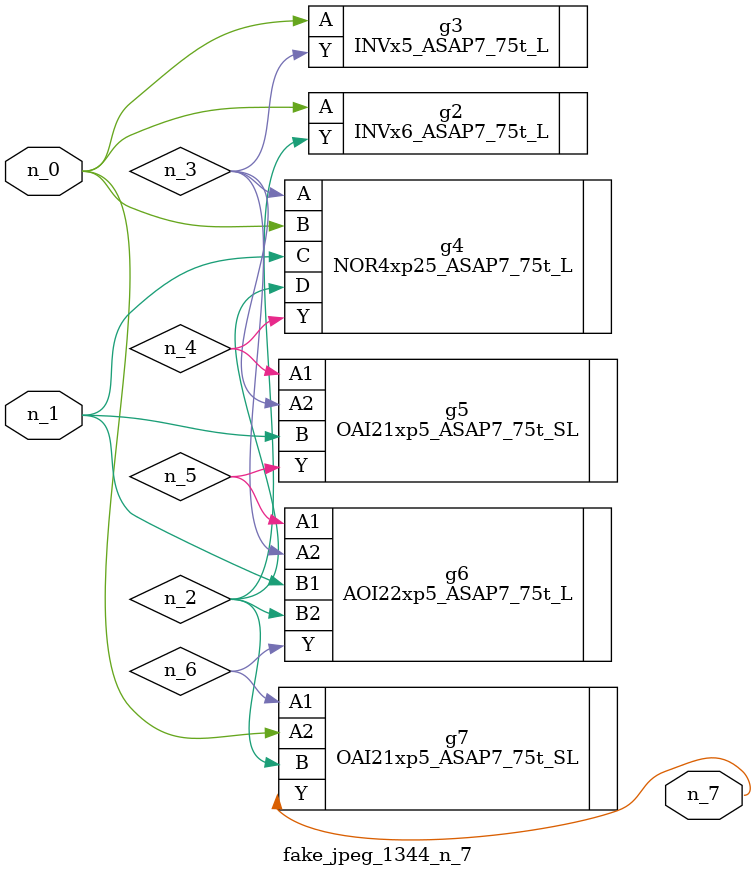
<source format=v>
module fake_jpeg_1344_n_7 (n_0, n_1, n_7);

input n_0;
input n_1;

output n_7;

wire n_2;
wire n_3;
wire n_4;
wire n_6;
wire n_5;

INVx6_ASAP7_75t_L g2 ( 
.A(n_0),
.Y(n_2)
);

INVx5_ASAP7_75t_L g3 ( 
.A(n_0),
.Y(n_3)
);

NOR4xp25_ASAP7_75t_L g4 ( 
.A(n_3),
.B(n_0),
.C(n_1),
.D(n_2),
.Y(n_4)
);

OAI21xp5_ASAP7_75t_SL g5 ( 
.A1(n_4),
.A2(n_3),
.B(n_1),
.Y(n_5)
);

AOI22xp5_ASAP7_75t_L g6 ( 
.A1(n_5),
.A2(n_3),
.B1(n_1),
.B2(n_2),
.Y(n_6)
);

OAI21xp5_ASAP7_75t_SL g7 ( 
.A1(n_6),
.A2(n_0),
.B(n_2),
.Y(n_7)
);


endmodule
</source>
